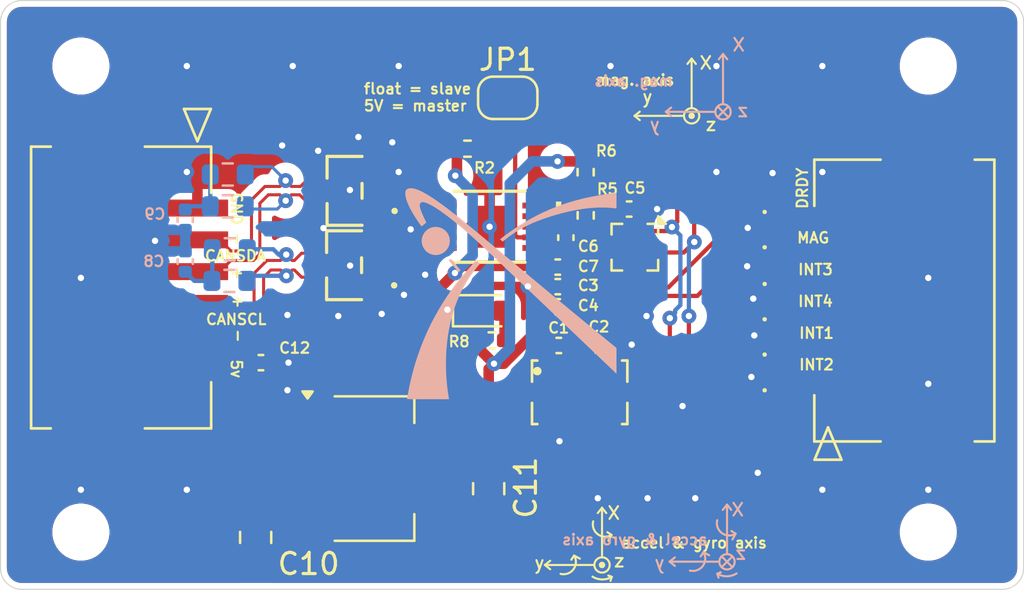
<source format=kicad_pcb>
(kicad_pcb (version 20240108) (generator "pcbnew") (generator_version "8.0")
  (layers (0 "F.Cu" signal "F.Cu (Sig)") (31 "B.Cu" signal "B.Cu (Sig)") (34 "B.Paste" user) (35 "F.Paste" user) (36 "B.SilkS" user "B.Silkscreen") (37 "F.SilkS" user "F.Silkscreen") (38 "B.Mask" user) (39 "F.Mask" user) (44 "Edge.Cuts" user))
  (net 0 "")
  (net 1 "+3.3V")
  (net 2 "GND")
  (net 3 "Net-(U1-C1)")
  (net 4 "+5V")
  (net 5 "Net-(C8-Pad1)")
  (net 6 "Net-(C9-Pad1)")
  (net 7 "/CANSCL-")
  (net 8 "/CANSCL+")
  (net 9 "/CANSDA-")
  (net 10 "/CANSDA+")
  (net 11 "Net-(D1-A)")
  (net 12 "/INT1")
  (net 13 "/INT3")
  (net 14 "/INT4")
  (net 15 "/INT2")
  (net 16 "/DRDY")
  (net 17 "/MAG_INT")
  (net 18 "/SCL")
  (net 19 "/SDA")
  (net 21 "/SLD_PIN")
  (net 22 "/SLD_R2")
  (footprint "footprints:D5V0H1B2LP_7B" (layer "F.Cu") (at 130 109)
    (property "Reference" "U5" (hide yes))
    (property "Value" "D5V0H1B2LP-7B" (hide yes))
  )
  (footprint "MountingHole:MountingHole_2.2mm_M2" (layer "F.Cu") (at 161.5 115.5)
    (property "Reference" "H2" (hide yes))
    (property "Value" "M2" (hide yes))
  )
  (footprint "Capacitor_SMD:C_0402_1005Metric" (layer "F.Cu") (at 144.006128 104.863407 180)
    (property "Reference" "C4" (hide yes))
    (property "Value" "100nF" (hide yes))
  )
  (footprint "MountingHole:MountingHole_2.2mm_M2" (layer "F.Cu") (at 161.5 93.5)
    (property "Reference" "H1" (hide yes))
    (property "Value" "M2" (hide yes))
  )
  (footprint "footprints:SDO_SOD882_LTF" (layer "F.Cu") (at 154.15 108.2175 90)
    (property "Reference" "CR3" (hide yes))
    (property "Value" "SP3205-01ETG")
  )
  (footprint "footprints:SDO_SOD882_LTF" (layer "F.Cu") (at 154.15 104.8675 90)
    (property "Reference" "CR5" (hide yes))
    (property "Value" "SP3205-01ETG")
  )
  (footprint "footprints:SOT23_PESD2_NEX" (layer "F.Cu") (at 133.924446 102.900995 90)
    (property "Reference" "CR1" (hide yes))
    (property "Value" "PESD2CANFD27V-TR" (hide yes))
  )
  (footprint "Capacitor_SMD:C_0402_1005Metric" (layer "F.Cu") (at 144.059756 106.69 180)
    (property "Reference" "C1" (hide yes))
    (property "Value" "100nF" (hide yes))
  )
  (footprint "Capacitor_SMD:C_0402_1005Metric" (layer "F.Cu") (at 144.392352 101.599971 -90)
    (property "Reference" "C6" (hide yes))
    (property "Value" "2.2uF" (hide yes))
  )
  (footprint "footprints:CON_5025850670" (layer "F.Cu") (at 127 100.204 -90)
    (property "Reference" "J2" (hide yes))
    (property "Value" "5025850670" (hide yes))
  )
  (footprint "Package_TO_SOT_SMD:SOT-223-3_TabPin2" (layer "F.Cu") (at 135.33 112.5)
    (property "Reference" "U4" (hide yes))
    (property "Value" "AMS1117-3.3" (hide yes))
  )
  (footprint "footprints:SDO_SOD882_LTF" (layer "F.Cu") (at 154.15 103.2 90)
    (property "Reference" "CR6" (hide yes))
    (property "Value" "SP3205-01ETG")
  )
  (footprint "Capacitor_SMD:C_0805_2012Metric" (layer "F.Cu") (at 140.75 113.45 -90)
    (property "Reference" "C11")
    (property "Value" "22uF")
  )
  (footprint "footprints:SDO_SOD882_LTF" (layer "F.Cu") (at 154.15 99.8 90)
    (property "Reference" "CR8" (hide yes))
    (property "Value" "SP3205-01ETG")
  )
  (footprint "footprints:BMI088" (layer "F.Cu") (at 145.045 108.9)
    (property "Reference" "U2" (hide yes))
    (property "Value" "BMI088" (hide yes))
  )
  (footprint "Resistor_SMD:R_0402_1005Metric" (layer "F.Cu") (at 140.9 106.45 180)
    (property "Reference" "R8" (hide yes))
    (property "Value" "60R" (hide yes))
  )
  (footprint "MountingHole:MountingHole_2.2mm_M2" (layer "F.Cu") (at 121.5 115.5)
    (property "Reference" "H4" (hide yes))
    (property "Value" "M2" (hide yes))
  )
  (footprint "LED_SMD:LED_0603_1608Metric" (layer "F.Cu") (at 140.55 105.05)
    (property "Reference" "D1" (hide yes))
    (property "Value" "RED" (hide yes))
  )
  (footprint "footprints:CON_5025850670" (layer "F.Cu") (at 156.77 108.32 90)
    (property "Reference" "J1" (hide yes))
    (property "Value" "5025850670" (hide yes))
  )
  (footprint "Package_LGA:LGA-12_2x2mm_P0.5mm" (layer "F.Cu") (at 147.65 102.05 -90)
    (property "Reference" "U1" (hide yes))
    (property "Value" "LIS3MDL" (hide yes))
  )
  (footprint "Jumper:SolderJumper-2_P1.3mm_Open_RoundedPad1.0x1.5mm" (layer "F.Cu") (at 141.65 95)
    (property "Reference" "JP1")
    (property "Value" "SolderJumper_2_Open" (hide yes))
  )
  (footprint "footprints:SOT23_PESD2_NEX" (layer "F.Cu") (at 133.946346 99.390995 90)
    (property "Reference" "CR2" (hide yes))
    (property "Value" "PESD2CANFD27V-TR" (hide yes))
  )
  (footprint "Capacitor_SMD:C_0402_1005Metric" (layer "F.Cu") (at 144.01 102.99)
    (property "Reference" "C7" (hide yes))
    (property "Value" "1uF" (hide yes))
  )
  (footprint "Resistor_SMD:R_0402_1005Metric" (layer "F.Cu") (at 139.75 97.4 180)
    (property "Reference" "R2" (hide yes))
    (property "Value" "10k" (hide yes))
  )
  (footprint "Capacitor_SMD:C_0402_1005Metric" (layer "F.Cu") (at 145.9 106.67)
    (property "Reference" "C2" (hide yes))
    (property "Value" "100nF" (hide yes))
  )
  (footprint "Capacitor_SMD:C_0402_1005Metric" (layer "F.Cu") (at 147.38 100.25)
    (property "Reference" "C5" (hide yes))
    (property "Value" "100nF" (hide yes))
  )
  (footprint "Capacitor_SMD:C_0402_1005Metric" (layer "F.Cu") (at 144.011128 103.913407 180)
    (property "Reference" "C3" (hide yes))
    (property "Value" "1uF" (hide yes))
  )
  (footprint "Resistor_SMD:R_0402_1005Metric" (layer "F.Cu") (at 145.326518 98.51 90)
    (property "Reference" "R6" (hide yes))
    (property "Value" "4k7" (hide yes))
  )
  (footprint "Capacitor_SMD:C_0402_1005Metric" (layer "F.Cu") (at 130 107.5 180)
    (property "Reference" "C12" (hide yes))
    (property "Value" "100nF" (hide yes))
  )
  (footprint "footprints:LT3960" (layer "F.Cu") (at 140.791977 101.085994)
    (property "Reference" "U3" (hide yes))
    (property "Value" "LT3960JMSE-PBF" (hide yes))
  )
  (footprint "Capacitor_SMD:C_0805_2012Metric" (layer "F.Cu") (at 129.75 115.75 -90)
    (property "Reference" "C10")
    (property "Value" "10uF")
  )
  (footprint "footprints:SDO_SOD882_LTF" (layer "F.Cu") (at 154.15 101.4675 90)
    (property "Reference" "CR7" (hide yes))
    (property "Value" "SP3205-01ETG")
  )
  (footprint "MountingHole:MountingHole_2.2mm_M2" (layer "F.Cu") (at 121.5 93.5)
    (property "Reference" "H3" (hide yes))
    (property "Value" "M2" (hide yes))
  )
  (footprint "footprints:SDO_SOD882_LTF" (layer "F.Cu") (at 154.15 106.5325 90)
    (property "Reference" "CR4" (hide yes))
    (property "Value" "SP3205-01ETG")
  )
  (footprint "Resistor_SMD:R_0402_1005Metric" (layer "F.Cu") (at 145.33 100.55 90)
    (property "Reference" "R5" (hide yes))
    (property "Value" "4k7" (hide yes))
  )
  (footprint "Resistor_SMD:R_0603_1608Metric" (layer "B.Cu") (at 128.432443 98.619464 180)
    (property "Reference" "R7" (hide yes))
    (property "Value" "60R" (hide yes))
  )
  (footprint "footprints:Xplore_Logo_X_only_10mm" (layer "B.Cu") (at 141.8 104.25 180)
    (property "Reference" "G1" (hide yes))
    (property "Value" "Xplore_Logo" (hide yes))
  )
  (footprint "Resistor_SMD:R_0603_1608Metric" (layer "B.Cu") (at 128.432443 100.119464 180)
    (property "Reference" "R4" (hide yes))
    (property "Value" "60R" (hide yes))
  )
  (footprint "Capacitor_SMD:C_0402_1005Metric" (layer "B.Cu") (at 126.425 102.73 90)
    (property "Reference" "C8" (hide yes))
    (property "Value" "4.7nF" (hide yes))
  )
  (footprint "Capacitor_SMD:C_0402_1005Metric" (layer "B.Cu") (at 126.425 100.75 -90)
    (property "Reference" "C9" (hide yes))
    (property "Value" "4.7nF" (hide yes))
  )
  (footprint "Resistor_SMD:R_0603_1608Metric" (layer "B.Cu") (at 128.529008 102.148377 180)
    (property "Reference" "R1" (hide yes))
    (property "Value" "60R" (hide yes))
  )
  (footprint "Resistor_SMD:R_0603_1608Metric" (layer "B.Cu") (at 128.511622 103.64208)
    (property "Reference" "R3" (hide yes))
    (property "Value" "60R" (hide yes))
  )
  (gr_line (start 151.75 116.65) (end 152.25 117.15) (stroke (width 0.1)) (layer "B.SilkS"))
  (gr_line (start 152.404385 115.57662) (end 152.25725 115.845126) (stroke (width 0.1)) (layer "B.SilkS"))
  (gr_line (start 150.888744 116.447991) (end 151.15725 116.595126) (stroke (width 0.1)) (layer "B.SilkS"))
  (gr_line (start 151.625639 116.89613) (end 149.288861 116.894121) (stroke (width 0.1)) (layer "B.SilkS"))
  (gr_line (start 151.7 117.4) (end 151.541413 117.464631) (stroke (width 0.1)) (layer "B.SilkS"))
  (gr_line (start 151.811164 92.930582) (end 152.011164 93.180582) (stroke (width 0.1)) (layer "B.SilkS"))
  (gr_arc (start 152.404385 115.57662) (mid 151.75725 115.545126) (end 151.5387 114.935199) (stroke (width 0.1)) (layer "B.SilkS"))
  (gr_line (start 150.75725 116.645126) (end 150.888744 116.447991) (stroke (width 0.1)) (layer "B.SilkS"))
  (gr_line (start 149.288861 116.894121) (end 149.538861 117.094121) (stroke (width 0.1)) (layer "B.SilkS"))
  (gr_line (start 149.288861 116.894121) (end 149.538861 116.694121) (stroke (width 0.1)) (layer "B.SilkS"))
  (gr_line (start 152.20725 115.445126) (end 152.404385 115.57662) (stroke (width 0.1)) (layer "B.SilkS"))
  (gr_circle (center 151.811164 95.661164) (end 152.113222 95.859155) (stroke (width 0.1)) (fill none) (layer "B.SilkS"))
  (gr_line (start 152.061164 95.411164) (end 151.561164 95.911164) (stroke (width 0.1)) (layer "B.SilkS"))
  (gr_line (start 149.113222 95.659155) (end 149.363222 95.459155) (stroke (width 0.1)) (layer "B.SilkS"))
  (gr_line (start 151.541413 117.464631) (end 151.7 117.4) (stroke (width 0.1)) (layer "B.SilkS"))
  (gr_line (start 151.45 95.661164) (end 149.113222 95.659155) (stroke (width 0.1)) (layer "B.SilkS"))
  (gr_line (start 152 116.538836) (end 152 114.2) (stroke (width 0.1)) (layer "B.SilkS"))
  (gr_line (start 152.25 116.65) (end 151.75 117.15) (stroke (width 0.1)) (layer "B.SilkS"))
  (gr_arc (start 150.888744 116.447991) (mid 150.85725 117.095126) (end 150.247323 117.313676) (stroke (width 0.1)) (layer "B.SilkS"))
  (gr_line (start 152 114.2) (end 152.2 114.45) (stroke (width 0.1)) (layer "B.SilkS"))
  (gr_circle (center 152 116.9) (end 151.697942 116.702009) (stroke (width 0.1)) (fill none) (layer "B.SilkS"))
  (gr_line (start 149.113222 95.659155) (end 149.363222 95.859155) (stroke (width 0.1)) (layer "B.SilkS"))
  (gr_line (start 151.811164 95.269418) (end 151.811164 92.930582) (stroke (width 0.1)) (layer "B.SilkS"))
  (gr_line (start 151.811164 92.930582) (end 151.611164 93.180582) (stroke (width 0.1)) (layer "B.SilkS"))
  (gr_line (start 152 114.2) (end 151.8 114.45) (stroke (width 0.1)) (layer "B.SilkS"))
  (gr_line (start 152.061164 95.911164) (end 151.561164 95.411164) (stroke (width 0.1)) (layer "B.SilkS"))
  (gr_line (start 151.541413 117.464631) (end 151.6 117.65) (stroke (width 0.1)) (layer "B.SilkS"))
  (gr_arc (start 152.45 117.45) (mid 151.997758 117.584725) (end 151.541413 117.464631) (stroke (width 0.1)) (layer "B.SilkS"))
  (gr_circle (center 150.329553 95.85) (end 150.631611 95.652009) (stroke (width 0.1)) (fill none) (layer "F.SilkS"))
  (gr_line (start 143.402058 117.052009) (end 143.652058 116.852009) (stroke (width 0.1)) (layer "F.SilkS"))
  (gr_line (start 146.558587 117.614631) (end 146.5 117.8) (stroke (width 0.1)) (layer "F.SilkS"))
  (gr_circle (center 150.329553 95.85) (end 150.431611 95.852009) (stroke (width 0.1)) (fill solid) (layer "F.SilkS"))
  (gr_circle (center 146.1 117.05) (end 146.202058 117.052009) (stroke (width 0.1)) (fill solid) (layer "F.SilkS"))
  (gr_line (start 150.329553 93.15) (end 150.129553 93.4) (stroke (width 0.1)) (layer "F.SilkS"))
  (gr_line (start 145.738836 117.05) (end 143.402058 117.052009) (stroke (width 0.1)) (layer "F.SilkS"))
  (gr_line (start 144.652058 116.802009) (end 144.783552 116.604874) (stroke (width 0.1)) (layer "F.SilkS"))
  (gr_line (start 149.968389 95.85) (end 147.631611 95.852009) (stroke (width 0.1)) (layer "F.SilkS"))
  (gr_arc (start 146.558587 117.614631) (mid 146.102242 117.734725) (end 145.65 117.6) (stroke (width 0.1)) (layer "F.SilkS"))
  (gr_line (start 146.1 116.688836) (end 146.1 114.35) (stroke (width 0.1)) (layer "F.SilkS"))
  (gr_line (start 146.4 117.55) (end 146.558587 117.614631) (stroke (width 0.1)) (layer "F.SilkS"))
  (gr_line (start 143.402058 117.052009) (end 143.652058 117.252009) (stroke (width 0.1)) (layer "F.SilkS"))
  (gr_arc (start 144.783552 116.604874) (mid 144.752058 117.252009) (end 144.142131 117.470559) (stroke (width 0.1)) (layer "F.SilkS"))
  (gr_line (start 146.352058 115.502009) (end 146.549193 115.633503) (stroke (width 0.1)) (layer "F.SilkS"))
  (gr_line (start 147.631611 95.852009) (end 147.881611 96.052009) (stroke (width 0.1)) (layer "F.SilkS"))
  (gr_line (start 146.1 114.35) (end 146.3 114.6) (stroke (width 0.1)) (layer "F.SilkS"))
  (gr_line (start 150.329553 95.488836) (end 150.329553 93.15) (stroke (width 0.1)) (layer "F.SilkS"))
  (gr_line (start 146.558587 117.614631) (end 146.4 117.55) (stroke (width 0.1)) (layer "F.SilkS"))
  (gr_line (start 146.549193 115.633503) (end 146.402058 115.902009) (stroke (width 0.1)) (layer "F.SilkS"))
  (gr_circle (center 146.1 117.05) (end 146.402058 116.852009) (stroke (width 0.1)) (fill none) (layer "F.SilkS"))
  (gr_line (start 150.329553 93.15) (end 150.529553 93.4) (stroke (width 0.1)) (layer "F.SilkS"))
  (gr_line (start 144.783552 116.604874) (end 145.052058 116.752009) (stroke (width 0.1)) (layer "F.SilkS"))
  (gr_arc (start 146.549193 115.633503) (mid 145.902058 115.602009) (end 145.683508 114.992082) (stroke (width 0.1)) (layer "F.SilkS"))
  (gr_line (start 147.631611 95.852009) (end 147.881611 95.652009) (stroke (width 0.1)) (layer "F.SilkS"))
  (gr_line (start 146.1 114.35) (end 145.9 114.6) (stroke (width 0.1)) (layer "F.SilkS"))
  (gr_line (start 118.707107 90.407107) (end 165 90.407107) (stroke (width 0.05)) (layer "Edge.Cuts"))
  (gr_line (start 165 118.2) (end 118.707107 118.2) (stroke (width 0.05)) (layer "Edge.Cuts"))
  (gr_line (start 117.707107 91.407107) (end 117.707108 117.200001) (stroke (width 0.05)) (layer "Edge.Cuts"))
  (gr_arc (start 117.707107 91.407107) (mid 118 90.7) (end 118.707107 90.407107) (stroke (width 0.05)) (layer "Edge.Cuts"))
  (gr_arc (start 118.707107 118.2) (mid 118.000001 117.907107) (end 117.707108 117.200001) (stroke (width 0.05)) (layer "Edge.Cuts"))
  (gr_arc (start 165 90.407107) (mid 165.707106 90.7) (end 165.999999 91.407106) (stroke (width 0.05)) (layer "Edge.Cuts"))
  (gr_arc (start 166 117.2) (mid 165.707107 117.907107) (end 165 118.2) (stroke (width 0.05)) (layer "Edge.Cuts"))
  (gr_line (start 166 117.2) (end 165.999999 91.407106) (stroke (width 0.05)) (layer "Edge.Cuts"))
  (gr_text "X" (at 152.85725 114.795126 -0) (layer "B.SilkS") (effects (font (size 0.6 0.6) (thickness 0.1)) (justify left bottom mirror)))
  (gr_text "C8" (at 125.49976 103.009541 0) (layer "B.SilkS") (effects (font (size 0.5 0.5) (thickness 0.1)) (justify left bottom mirror)))
  (gr_text "z" (at 152.95725 116.845126 -0) (layer "B.SilkS") (effects (font (size 0.6 0.6) (thickness 0.1)) (justify left bottom mirror)))
  (gr_text "mag. axis" (at 149.5 94.5 0) (layer "B.SilkS") (effects (font (size 0.5 0.5) (thickness 0.1)) (justify left bottom mirror)))
  (gr_text "y" (at 149.10725 117.295126 -0) (layer "B.SilkS") (effects (font (size 0.6 0.6) (thickness 0.1)) (justify left bottom mirror)))
  (gr_text "X" (at 152.9 92.85 0) (layer "B.SilkS") (effects (font (size 0.6 0.6) (thickness 0.1)) (justify left bottom mirror)))
  (gr_text "y" (at 148.881611 96.610159 0) (layer "B.SilkS") (effects (font (size 0.6 0.6) (thickness 0.1)) (justify left bottom mirror)))
  (gr_text "z" (at 153.05 95.95 0) (layer "B.SilkS") (effects (font (size 0.6 0.6) (thickness 0.1)) (justify left bottom mirror)))
  (gr_text "C9" (at 125.547327 100.781773 0) (layer "B.SilkS") (effects (font (size 0.5 0.5) (thickness 0.1)) (justify left bottom mirror)))
  (gr_text "accel & gyro axis" (at 151.15 116.15 -0) (layer "B.SilkS") (effects (font (size 0.5 0.5) (thickness 0.1)) (justify left bottom mirror)))
  (gr_text "GND" (at 128.55 99.4 270) (layer "F.SilkS") (effects (font (size 0.5 0.5) (thickness 0.1)) (justify left bottom)))
  (gr_text "INT2\n\n\n" (at 155.35 109.5 0) (layer "F.SilkS") (effects (font (size 0.5 0.5) (thickness 0.1)) (justify left bottom)))
  (gr_text "+" (at 129.15 105 90) (layer "F.SilkS") (effects (font (size 0.5 0.5) (thickness 0.1)) (justify left bottom)))
  (gr_text "-" (at 129.161852 106.610184 90) (layer "F.SilkS") (effects (font (size 0.5 0.5) (thickness 0.1)) (justify left bottom)))
  (gr_text "R8" (at 138.8 106.8 0) (layer "F.SilkS") (effects (font (size 0.5 0.5) (thickness 0.1)) (justify left bottom)))
  (gr_text "INT1\n" (at 155.35 106.4 0) (layer "F.SilkS") (effects (font (size 0.5 0.5) (thickness 0.1)) (justify left bottom)))
  (gr_text "X" (at 151.35 92.95 180) (layer "F.SilkS") (effects (font (size 0.6 0.6) (thickness 0.1)) (justify left bottom)))
  (gr_text "CANSDA" (at 127.3 102.75 0) (layer "F.SilkS") (effects (font (size 0.5 0.5) (thickness 0.1)) (justify left bottom)))
  (gr_text "C6" (at 144.9 102.3 0) (layer "F.SilkS") (effects (font (size 0.5 0.5) (thickness 0.1)) (justify left bottom)))
  (gr_text "float = slave\n5V = master" (at 134.802257 95.669651 0) (layer "F.SilkS") (effects (font (size 0.5 0.5) (thickness 0.1)) (justify left bottom)))
  (gr_text "DRDY" (at 155.85 100.3 90) (layer "F.SilkS") (effects (font (size 0.5 0.5) (thickness 0.1)) (justify left bottom)))
  (gr_text "C3" (at 144.9 104.15 0) (layer "F.SilkS") (effects (font (size 0.5 0.5) (thickness 0.1)) (justify left bottom)))
  (gr_text "5v\n" (at 128.55 107.3 270) (layer "F.SilkS") (effects (font (size 0.5 0.5) (thickness 0.1)) (justify left bottom)))
  (gr_text "z" (at 151.55 96.05 180) (layer "F.SilkS") (effects (font (size 0.6 0.6) (thickness 0.1)) (justify left bottom)))
  (gr_text "y" (at 142.852058 117.302009 0) (layer "F.SilkS") (effects (font (size 0.6 0.6) (thickness 0.1)) (justify left bottom)))
  (gr_text "CANSCL" (at 127.35 105.75 0) (layer "F.SilkS") (effects (font (size 0.5 0.5) (thickness 0.1)) (justify left bottom)))
  (gr_text "-" (at 128.6 101.3 -90) (layer "F.SilkS") (effects (font (size 0.5 0.5) (thickness 0.1)) (justify left bottom)))
  (gr_text "accel & gyro axis" (at 146.95 116.3 0) (layer "F.SilkS") (effects (font (size 0.5 0.5) (thickness 0.1)) (justify left bottom)))
  (gr_text "C7" (at 144.9 103.25 0) (layer "F.SilkS") (effects (font (size 0.5 0.5) (thickness 0.1)) (justify left bottom)))
  (gr_text "INT3\n" (at 155.3 103.4 0) (layer "F.SilkS") (effects (font (size 0.5 0.5) (thickness 0.1)) (justify left bottom)))
  (gr_text "y" (at 147.95 95.3 0) (layer "F.SilkS") (effects (font (size 0.6 0.6) (thickness 0.1)) (justify left bottom)))
  (gr_text "z" (at 146.602058 117.202009 0) (layer "F.SilkS") (effects (font (size 0.6 0.6) (thickness 0.1)) (justify left bottom)))
  (gr_text "+" (at 128.611852 102.910184 270) (layer "F.SilkS") (effects (font (size 0.5 0.5) (thickness 0.1)) (justify left bottom)))
  (gr_text "R5" (at 145.8 99.6 0) (layer "F.SilkS") (effects (font (size 0.5 0.5) (thickness 0.1)) (justify left bottom)))
  (gr_text "INT4\n" (at 155.3 104.9 0) (layer "F.SilkS") (effects (font (size 0.5 0.5) (thickness 0.1)) (justify left bottom)))
  (gr_text "R6" (at 145.75 97.8 0) (layer "F.SilkS") (effects (font (size 0.5 0.5) (thickness 0.1)) (justify left bottom)))
  (gr_text "C12" (at 130.8 107.1 0) (layer "F.SilkS") (effects (font (size 0.5 0.5) (thickness 0.1)) (justify left bottom)))
  (gr_text "C5" (at 147.1 99.55 0) (layer "F.SilkS") (effects (font (size 0.5 0.5) (thickness 0.1)) (justify left bottom)))
  (gr_text "X" (at 146.302058 114.952009 0) (layer "F.SilkS") (effects (font (size 0.6 0.6) (thickness 0.1)) (justify left bottom)))
  (gr_text "R2" (at 140 98.6 0) (layer "F.SilkS") (effects (font (size 0.5 0.5) (thickness 0.1)) (justify left bottom)))
  (gr_text "MAG\n" (at 155.25 101.9 0) (layer "F.SilkS") (effects (font (size 0.5 0.5) (thickness 0.1)) (justify left bottom)))
  (gr_text "C4" (at 144.9 105.1 0) (layer "F.SilkS") (effects (font (size 0.5 0.5) (thickness 0.1)) (justify left bottom)))
  (gr_text "mag. axis" (at 145.75 94.45 0) (layer "F.SilkS") (effects (font (size 0.5 0.5) (thickness 0.1)) (justify left bottom)))
  (gr_text "C1" (at 143.5 106.15 0) (layer "F.SilkS") (effects (font (size 0.5 0.5) (thickness 0.1)) (justify left bottom)))
  (gr_text "C2" (at 145.4 106.1 0) (layer "F.SilkS") (effects (font (size 0.5 0.5) (thickness 0.1)) (justify left bottom)))
  (segment (start 144.545 107.04) (end 144.545 106.695244) (width 0.2) (layer "F.Cu") (net 1))
  (segment (start 141 107.55) (end 140.75 107.8) (width 0.5) (layer "F.Cu") (net 1))
  (segment (start 145.4 106.69) (end 144.539756 106.69) (width 0.5) (layer "F.Cu") (net 1))
  (segment (start 144.546372 106.365244) (end 144.541128 106.36) (width 0.2) (layer "F.Cu") (net 1))
  (segment (start 144.539756 108.97093) (end 144.539756 106.69) (width 0.2) (layer "F.Cu") (net 1))
  (segment (start 148.2 106.36005) (end 147.66995 105.83) (width 0.3) (layer "F.Cu") (net 1))
  (segment (start 141 107.55) (end 141.461056 107.55) (width 0.5) (layer "F.Cu") (net 1))
  (segment (start 140.75 107.8) (end 140.75 112.5) (width 0.5) (layer "F.Cu") (net 1))
  (segment (start 140.39 106.94) (end 140.39 106.45) (width 0.5) (layer "F.Cu") (net 1))
  (segment (start 147.66995 105.83) (end 144.539756 105.83) (width 0.3) (layer "F.Cu") (net 1))
  (segment (start 145.85 103.013407) (end 144.95 103.913407) (width 0.5) (layer "F.Cu") (net 1))
  (segment (start 146.57 107.735) (end 147.40495 107.735) (width 0.3) (layer "F.Cu") (net 1))
  (segment (start 145.33 101.06) (end 145.85 101.58) (width 0.5) (layer "F.Cu") (net 1))
  (segment (start 144.539756 105.83) (end 144.539756 104.917035) (width 0.5) (layer "F.Cu") (net 1))
  (segment (start 141 107.55) (end 140.39 106.94) (width 0.5) (layer "F.Cu") (net 1))
  (segment (start 145.545 110.065) (end 145.545 109.57) (width 0.2) (layer "F.Cu") (net 1))
  (segment (start 145.545 109.57) (end 144.545 108.57) (width 0.2) (layer "F.Cu") (net 1))
  (segment (start 144.045 109.465686) (end 144.539756 108.97093) (width 0.2) (layer "F.Cu") (net 1))
  (segment (start 132.18 112.5) (end 138.48 112.5) (width 0.5) (layer "F.Cu") (net 1))
  (segment (start 147.9 102.8125) (end 147.9 102.45) (width 0.2) (layer "F.Cu") (net 1))
  (segment (start 144.486128 103.918407) (end 144.491128 103.913407) (width 0.5) (layer "F.Cu") (net 1))
  (segment (start 144.95 103.913407) (end 144.491128 103.913407) (width 0.5) (layer "F.Cu") (net 1))
  (segment (start 145.33 101.06) (end 144.452323 101.06) (width 0.2) (layer "F.Cu") (net 1))
  (segment (start 144 98) (end 145.326518 98) (width 0.5) (layer "F.Cu") (net 1))
  (segment (start 146.8875 101.8) (end 146.8875 102.3) (width 0.2) (layer "F.Cu") (net 1))
  (segment (start 144.539756 104.917035) (end 144.486128 104.863407) (width 0.5) (layer "F.Cu") (net 1))
  (segment (start 145.42 106.67) (end 145.4 106.69) (width 0.5) (layer "F.Cu") (net 1))
  (segment (start 144.486128 104.863407) (end 144.486128 103.918407) (width 0.5) (layer "F.Cu") (net 1))
  (segment (start 145.85 102.3) (end 146.8875 102.3) (width 0.2) (layer "F.Cu") (net 1))
  (segment (start 148.2 106.93995) (end 148.2 106.36005) (width 0.3) (layer "F.Cu") (net 1))
  (segment (start 144.539756 106.69) (end 144.539756 105.83) (width 0.5) (layer "F.Cu") (net 1))
  (segment (start 141.461056 107.55) (end 143.181056 105.83) (width 0.5) (layer "F.Cu") (net 1))
  (segment (start 147.75 102.3) (end 146.8875 102.3) (width 0.2) (layer "F.Cu") (net 1))
  (segment (start 144.045 110.065) (end 144.045 109.465686) (width 0.2) (layer "F.Cu") (net 1))
  (segment (start 148.4 102.8125) (end 147.9 102.8125) (width 0.2) (layer "F.Cu") (net 1))
  (segment (start 144.539756 106.69) (end 144.539756 106.361372) (width 0.5) (layer "F.Cu") (net 1))
  (segment (start 143.005325 101.085994) (end 144.358375 101.085994) (width 0.2) (layer "F.Cu") (net 1))
  (segment (start 138.48 112.5) (end 140.75 112.5) (width 0.5) (layer "F.Cu") (net 1))
  (segment (start 145.85 101.58) (end 145.85 102.3) (width 0.5) (layer "F.Cu") (net 1))
  (segment (start 147.40495 107.735) (end 148.2 106.93995) (width 0.3) (layer "F.Cu") (net 1))
  (segment (start 145.85 102.3) (end 145.85 103.013407) (width 0.5) (layer "F.Cu") (net 1))
  (segment (start 147.9 102.45) (end 147.75 102.3) (width 0.2) (layer "F.Cu") (net 1))
  (segment (start 143.181056 105.83) (end 144.539756 105.83) (width 0.5) (layer "F.Cu") (net 1))
  (segment (start 144.452323 101.06) (end 144.392352 101.119971) (width 0.2) (layer "F.Cu") (net 1))
  (segment (start 144.539756 106.361372) (end 144.541128 106.36) (width 0.5) (layer "F.Cu") (net 1))
  (via (at 144 98) (size 0.7) (drill 0.3) (layers "F.Cu" "B.Cu") (net 1))
  (via (at 141 107.55) (size 0.7) (drill 0.3) (layers "F.Cu" "B.Cu") (net 1))
  (segment (start 142.8 98) (end 144 98) (width 0.5) (layer "B.Cu") (net 1))
  (segment (start 141.75 99.05) (end 142.8 98) (width 0.5) (layer "B.Cu") (net 1))
  (segment (start 141 107.55) (end 141.75 106.8) (width 0.5) (layer "B.Cu") (net 1))
  (segment (start 141.75 106.8) (end 141.75 99.05) (width 0.5) (layer "B.Cu") (net 1))
  (segment (start 131.25 108.8) (end 131.05 109) (width 0.2) (layer "F.Cu") (net 2))
  (segment (start 143.531128 104.858407) (end 143.526128 104.863407) (width 0.2) (layer "F.Cu") (net 2))
  (segment (start 147.9 101.2875) (end 147.86 101.2475) (width 0.2) (layer "F.Cu") (net 2))
  (segment (start 152.977867 101.139133) (end 154.089133 101.139133) (width 0.2) (layer "F.Cu") (net 2))
  (segment (start 144.392352 102.892352) (end 144.49 102.99) (width 0.2) (layer "F.Cu") (net 2))
  (segment (start 153.427128 107.9) (end 154.15 107.9) (width 0.2) (layer "F.Cu") (net 2))
  (segment (start 152.95 102.95) (end 153.0175 102.8825) (width 0.2) (layer "F.Cu") (net 2))
  (segment (start 131.05 109) (end 130.347599 109) (width 0.2) (layer "F.Cu") (net 2))
  (segment (start 145.5 108.8) (end 146.045 108.255) (width 0.2) (layer "F.Cu") (net 2))
  (segment (start 137.067197 101.207422) (end 137.188625 101.085994) (width 0.2) (layer "F.Cu") (net 2))
  (segment (start 144.090487 111.209726) (end 144.003021 111.12226) (width 0.2) (layer "F.Cu") (net 2))
  (segment (start 144.090487 111.209726) (end 143.545 110.664239) (width 0.2) (layer "F.Cu") (net 2))
  (segment (start 147.95 101.8) (end 148.4125 101.8) (width 0.2) (layer "F.Cu") (net 2))
  (segment (start 144.49 102.99) (end 144.478401 102.99) (width 0.2) (layer "F.Cu") (net 2))
  (segment (start 146.38 106.67) (end 146.045 107.005) (width 0.2) (layer "F.Cu") (net 2))
  (segment (start 143.579756 106.69) (end 144.045 107.155244) (width 0.2) (layer "F.Cu") (net 2))
  (segment (start 134.159005 99.390995) (end 134.2 99.35) (width 0.2) (layer "F.Cu") (net 2))
  (segment (start 142.6 103.9) (end 142.6 104.6) (width 0.2) (layer "F.Cu") (net 2))
  (segment (start 146.045 108.255) (end 146.045 107.735) (width 0.2) (layer "F.Cu") (net 2))
  (segment (start 153.150246 108.176882) (end 153.427128 107.9) (width 0.2) (layer "F.Cu") (net 2))
  (segment (start 130.4 109.052401) (end 130.347599 109) (width 0.2) (layer "F.Cu") (net 2))
  (segment (start 143.545 110.065) (end 143.545 109.4) (width 0.2) (layer "F.Cu") (net 2))
  (segment (start 142.863407 104.863407) (end 143.526128 104.863407) (width 0.2) (layer "F.Cu") (net 2))
  (segment (start 142.6 104.6) (end 142.863407 104.863407) (width 0.2) (layer "F.Cu") (net 2))
  (segment (start 147.9 101.75) (end 147.95 101.8) (width 0.2) (layer "F.Cu") (net 2))
  (segment (start 154.089133 101.139133) (end 154.15 101.2) (width 0.2) (layer "F.Cu") (net 2))
  (segment (start 147.86 101.2475) (end 147.86 100.25) (width 0.2) (layer "F.Cu") (net 2))
  (segment (start 132.908446 102.900995) (end 134.188446 102.900995) (width 0.2) (layer "F.Cu") (net 2))
  (segment (start 130.48 107.5) (end 130.4 107.58) (width 0.2) (layer "F.Cu") (net 2))
  (segment (start 144.392352 102.079971) (end 144.392352 102.892352) (width 0.2) (layer "F.Cu") (net 2))
  (segment (start 138.8 105) (end 139.7125 105) (width 0.2) (layer "F.Cu") (net 2))
  (segment (start 131.88 110.5) (end 132.18 110.2) (width 0.2) (layer "F.Cu") (net 2))
  (segment (start 144.003021 111.12226) (end 143.92226 111.12226) (width 0.2) (layer "F.Cu") (net 2))
  (segment (start 143.545 110.664239) (end 143.545 110.065) (width 0.2) (layer "F.Cu") (net 2))
  (segment (start 145.45 108.8) (end 146.045 109.395) (width 0.2) (layer "F.Cu") (net 2))
  (segment (start 145.045 107.735) (end 145.045 108.395) (width 0.2) (layer "F.Cu") (net 2))
  (segment (start 144.045 108.9) (end 144.045 107.735) (width 0.2) (layer "F.Cu") (net 2))
  (segment (start 147.9 101.2875) (end 147.9 101.75) (width 0.2) (layer "F.Cu") (net 2))
  (segment (start 145.045 108.395) (end 145.45 108.8) (width 0.2) (layer "F.Cu") (net 2))
  (segment (start 145.45 108.8) (end 145.5 108.8) (width 0.2) (layer "F.Cu") (net 2))
  (segment (start 143.531128 103.913407) (end 143.531128 104.858407) (width 0.2) (layer "F.Cu") (net 2))
  (segment (start 139.7125 105) (end 139.7625 105.05) (width 0.2) (layer "F.Cu") (net 2))
  (segment (start 147.48 106.67) (end 146.38 106.67) (width 0.2) (layer "F.Cu") (net 2))
  (segment (start 153.29212 104.5325) (end 154.1 104.5325) (width 0.2) (layer "F.Cu") (net 2))
  (segment (start 153.28598 106.215) (end 154.1 106.215) (width 0.2) (layer "F.Cu") (net 2))
  (segment (start 146.045 107.005) (end 146.045 107.735) (width 0.2) (layer "F.Cu") (net 2))
  (segment (start 146.045 109.395) (end 146.045 110.065) (width 0.2) (layer "F.Cu") (net 2))
  (segment (start 144.478401 102.99) (end 143.554994 103.913407) (width 0.2) (layer "F.Cu") (net 2))
  (segment (start 144.045 107.155244) (end 144.045 107.735) (width 0.2) (layer "F.Cu") (net 2))
  (segment (start 132.930346 99.390995) (end 134.159005 99.390995) (width 0.2) (layer "F.Cu") (net 2))
  (segment (start 154.15 98.55) (end 154.15 99.4825) (width 0.2) (layer "F.Cu") (net 2))
  (segment (start 130.4 108.947599) (end 130.347599 109) (width 0.2) (layer "F.Cu") (net 2))
  (segment (start 134.188446 102.900995) (end 134.208446 102.920995) (width 0.2) (layer "F.Cu") (net 2))
  (segment (start 153.0175 102.8825) (end 154.15 102.8825) (width 0.2) (layer "F.Cu") (net 2))
  (segment (start 147.4 101.2875) (end 147.9 101.2875) (width 0.2) (layer "F.Cu") (net 2))
  (segment (start 148.7 100.25) (end 147.86 100.25) (width 0.2) (layer "F.Cu") (net 2))
  (segment (start 153.23943 104.47981) (end 153.29212 104.5325) (width 0.2) (layer "F.Cu") (net 2))
  (segment (start 143.554994 103.913407) (end 143.531128 103.913407) (width 0.2) (layer "F.Cu") (net 2))
  (segment (start 137.188625 101.085994) (end 138.578629 101.085994) (width 0.2) (layer "F.Cu") (net 2))
  (segment (start 147.5 106.65) (end 147.48 106.67) (width 0.2) (layer "F.Cu") (net 2))
  (segment (start 143.545 109.4) (end 144.045 108.9) (width 0.2) (layer "F.Cu") (net 2))
  (via (at 126.5 93.5) (size 0.7) (drill 0.3) (layers "F.Cu" "B.Cu") (net 2))
  (via (at 142.6 103.9) (size 0.7) (drill 0.3) (layers "F.Cu" "B.Cu") (net 2))
  (via (at 156.5 93.5) (size 0.7) (drill 0.3) (layers "F.Cu" "B.Cu") (net 2))
  (via (at 126.5 113.5) (size 0.7) (drill 0.3) (layers "F.Cu" "B.Cu") (net 2))
  (via (at 131.3 107.5) (size 0.7) (drill 0.3) (layers "F.Cu" "B.Cu") (net 2))
  (via (at 134.2 99.35) (size 0.7) (drill 0.3) (layers "F.Cu" "B.Cu") (net 2))
  (via (at 148.7 100.25) (size 0.7) (drill 0.3) (layers "F.Cu" "B.Cu") (net 2))
  (via (at 144.090487 111.209726) (size 0.7) (drill 0.3) (layers "F.Cu" "B.Cu") (net 2))
  (via (at 148.2 105.3) (size 0.7) (drill 0.3) (layers "F.Cu" "B.Cu") (net 2))
  (via (at 156.5 113.5) (size 0.7) (drill 0.3) (layers "F.Cu" "B.Cu") (net 2))
  (via (at 153.23943 104.47981) (size 0.7) (drill 0.3) (layers "F.Cu" "B.Cu") (net 2))
  (via (at 132.95 101.15) (size 0.7) (drill 0.3) (layers "F.Cu" "B.Cu") (net 2))
  (via (at 134.6 96.85) (size 0.7) (drill 0.3) (layers "F.Cu" "B.Cu") (net 2))
  (via (at 153.45 112.7) (size 0.7) (drill 0.3) (layers "F.Cu" "B.Cu") (net 2))
  (via (at 154.15 98.55) (size 0.7) (drill 0.3) (layers "F.Cu" "B.Cu") (net 2))
  (via (at 153.28598 106.215) (size 0.7) (drill 0.3) (layers "F.Cu" "B.Cu") (net 2))
  (via (at 145.9 113.9) (size 0.7) (drill 0.3) (layers "F.Cu" "B.Cu") (net 2))
  (via (at 147.5 106.65) (size 0.7) (drill 0.3) (layers "F.Cu" "B.Cu") (net 2))
  (via (at 152.977867 101.139133) (size 0.7) (drill 0.3) (layers "F.Cu" "B.Cu") (net 2))
  (via (at 121.5 103.5) (size 0.7) (drill 0.3) (layers "F.Cu" "B.Cu") (net 2))
  (via (at 121.5 113.5) (size 0.7) (drill 0.3) (layers "F.Cu" "B.Cu") (net 2))
  (via (at 131.5 93.5) (size 0.7) (drill 0.3) (layers "F.Cu" "B.Cu") (net 2))
  (via (at 149.9 109.55) (size 0.7) (drill 0.3) (layers "F.Cu" "B.Cu") (net 2))
  (via (at 132.7 97.5) (size 0.7) (drill 0.3) (layers "F.Cu" "B.Cu") (net 2))
  (via (at 150.5 113.9) (size 0.7) (drill 0.3) (layers "F.Cu" "B.Cu") (net 2))
  (via (at 140.791977 101.085994) (size 0.7) (drill 0.3) (layers "F.Cu" "B.Cu") (net 2))
  (via (at 161.5 103.5) (size 0.7) (drill 0.3) (layers "F.Cu" "B.Cu") (net 2))
  (via (at 151.5 93.5) (size 0.7) (drill 0.3) (layers "F.Cu" "B.Cu") (net 2))
  (via (at 156.5 98.5) (size 0.7) (drill 0.3) (layers "F.Cu" "B.Cu") (net 2))
  (via (at 146.5 93.5) (size 0.7) (drill 0.3) (layers "F.Cu" "B.Cu") (net 2))
  (via (at 153.150246 108.176882) (size 0.7) (drill 0.3) (layers "F.Cu" "B.Cu") (net 2))
  (via (at 138.8 105) (size 0.7) (drill 0.3) (layers "F.Cu" "B.Cu") (net 2))
  (via (at 136.5 98.5) (size 0.7) (drill 0.3) (layers "F.Cu" "B.Cu") (net 2))
  (via (at 133.65 105.3) (size 0.7) (drill 0.3) (layers "F.Cu" "B.Cu") (net 2))
  (via (at 134.208446 102.920995) (size 0.7) (drill 0.3) (layers "F.Cu" "B.Cu") (net 2))
  (via (at 135.7 105.2) (size 0.7) (drill 0.3) (layers "F.Cu" "B.Cu") (net 2))
  (via (at 137.067197 101.207422) (size 0.7) (drill 0.3) (layers "F.Cu" "B.Cu") (net 2))
  (via (at 124.999999 101.75) (size 0.7) (drill 0.3) (layers "F.Cu" "B.Cu") (net 2))
  (via (at 137.75 103.35) (size 0.7) (drill 0.3) (layers "F.Cu" "B.Cu") (net 2))
  (via (at 148.25 113.9) (size 0.7) (drill 0.3) (layers "F.Cu" "B.Cu") (net 2))
  (via (at 131.25 108.8) (size 0.7) (drill 0.3) (layers "F.Cu" "B.Cu") (net 2))
  (via (at 136.2 97.1) (size 0.7) (drill 0.3) (layers "F.Cu" "B.Cu") (net 2))
  (via (at 151.5 98.5) (size 0.7) (drill 0.3) (layers "F.Cu" "B.Cu") (net 2))
  (via (at 131 97.25) (size 0.7) (drill 0.3) (layers "F.Cu" "B.Cu") (net 2))
  (via (at 136.75 104.3) (size 0.7) (drill 0.3) (layers "F.Cu" "B.Cu") (net 2))
  (via (at 131.25 105.25) (size 0.7) (drill 0.3) (layers "F.Cu" "B.Cu") (net 2))
  (via (at 161.5 113.5) (size 0.7) (drill 0.3) (layers "F.Cu" "B.Cu") (net 2))
  (via (at 152.95 102.95) (size 0.7) (drill 0.3) (layers "F.Cu" "B.Cu") (net 2))
  (via (at 161.5 108.5) (size 0.7) (drill 0.3) (layers "F.Cu" "B.Cu") (net 2))
  (via (at 136.5 93.5) (size 0.7) (drill 0.3) (layers "F.Cu" "B.Cu") (net 2))
  (via (at 126.5 98.5) (size 0.7) (drill 0.3) (layers "F.Cu" "B.Cu") (net 2))
  (segment (start 126.425 101.23) (end 125.519999 101.23) (width 0.2) (layer "B.Cu") (net 2))
  (segment (start 125.519999 101.23) (end 124.999999 101.75) (width 0.2) (layer "B.Cu") (net 2))
  (segment (start 125.499999 102.25) (end 124.999999 101.75) (width 0.2) (layer "B.Cu") (net 2))
  (segment (start 126.425 102.25) (end 125.499999 102.25) (width 0.2) (layer "B.Cu") (net 2))
  (segment (start 146.9 101.2875) (end 146.9 100.25) (width 0.2) (layer "F.Cu") (net 3))
  (segment (start 130.681734 106.15) (end 129.316 107.515734) (width 0.5) (layer "F.Cu") (net 4))
  (segment (start 143.469971 102.929971) (end 143.53 102.99) (width 0.5) (layer "F.Cu") (net 4))
  (segment (start 143.53 102.61067) (end 143.53 102.99) (width 0.2) (layer "F.Cu") (net 4))
  (segment (start 129.316 107.704) (end 129.652401 108.040401) (width 0.5) (layer "F.Cu") (net 4))
  (segment (start 129.52 107.5) (end 129.484802 107.464802) (width 0.5) (layer "F.Cu") (net 4))
  (segment (start 129.75 114.8) (end 132.18 114.8) (width 0.5) (layer "F.Cu") (net 4))
  (segment (start 129.652401 114.702401) (end 129.75 114.8) (width 0.5) (layer "F.Cu") (net 4))
  (segment (start 129.316 107.704) (end 127 107.704) (width 0.5) (layer "F.Cu") (net 4))
  (segment (start 139.25 97.41) (end 139.24 97.4) (width 0.5) (layer "F.Cu") (net 4))
  (segment (start 139.156142 103.268857) (end 139.495028 102.929971) (width 0.5) (layer "F.Cu") (net 4))
  (segment (start 139.156142 103.268858) (end 136.275 106.15) (width 0.5) (layer "F.Cu") (net 4))
  (segment (start 139.495028 102.929971) (end 143.469971 102.929971) (width 0.5) (layer "F.Cu") (net 4))
  (segment (start 143.005325 102.085995) (end 143.53 102.61067) (width 0.2) (layer "F.Cu") (net 4))
  (segment (start 139.175 98.675) (end 139.25 98.6) (width 0.5) (layer "F.Cu") (net 4))
  (segment (start 139.25 98.6) (end 139.25 97.41) (width 0.5) (layer "F.Cu") (net 4))
  (segment (start 129.652401 108.040401) (end 129.652401 109) (width 0.5) (layer "F.Cu") (net 4))
  (segment (start 129.316 107.515734) (end 129.316 107.704) (width 0.5) (layer "F.Cu") (net 4))
  (segment (start 129.52 114.78) (end 129.5 114.8) (width 0.5) (layer "F.Cu") (net 4))
  (segment (start 139.156142 103.268857) (end 139.156142 103.268858) (width 0.5) (layer "F.Cu") (net 4))
  (segment (start 129.652401 109) (end 129.652401 114.702401) (width 0.5) (layer "F.Cu") (net 4))
  (segment (start 136.275 106.15) (end 130.681734 106.15) (width 0.5) (layer "F.Cu") (net 4))
  (via (at 139.175 98.675) (size 0.7) (drill 0.3) (layers "F.Cu" "B.Cu") (net 4))
  (via (at 139.156142 103.268857) (size 0.7) (drill 0.3) (layers "F.Cu" "B.Cu") (net 4))
  (segment (start 139.156142 103.268857) (end 139.991977 102.433022) (width 0.5) (layer "B.Cu") (net 4))
  (segment (start 139.991977 99.491977) (end 139.175 98.675) (width 0.5) (layer "B.Cu") (net 4))
  (segment (start 139.991977 102.433022) (end 139.991977 99.491977) (width 0.5) (layer "B.Cu") (net 4))
  (segment (start 127.686622 103.64208) (end 126.85708 103.64208) (width 0.2) (layer "B.Cu") (net 5))
  (segment (start 127.704008 103.624694) (end 127.686622 103.64208) (width 0.2) (layer "B.Cu") (net 5))
  (segment (start 127.704008 102.148377) (end 127.704008 103.624694) (width 0.2) (layer "B.Cu") (net 5))
  (segment (start 126.85708 103.64208) (end 126.425 103.21) (width 0.2) (layer "B.Cu") (net 5))
  (segment (start 126.575536 100.119464) (end 126.425 100.27) (width 0.2) (layer "B.Cu") (net 6))
  (segment (start 127.607443 100.119464) (end 126.575536 100.119464) (width 0.2) (layer "B.Cu") (net 6))
  (segment (start 127.607443 98.619464) (end 127.607443 100.119464) (width 0.2) (layer "B.Cu") (net 6))
  (segment (start 131.577244 103.125996) (end 131.918943 103.467695) (width 0.1435) (layer "F.Cu") (net 7))
  (segment (start 130.469129 103.125996) (end 130.125 103.470125) (width 0.1435) (layer "F.Cu") (net 7))
  (segment (start 135.982947 103.125995) (end 136.704264 103.125995) (width 0.1435) (layer "F.Cu") (net 7))
  (segment (start 134.064145 103.850996) (end 134.940446 103.850996) (width 0.1435) (layer "F.Cu") (net 7))
  (segment (start 131.197354 103.4) (end 130.92335 103.125996) (width 0.1435) (layer "F.Cu") (net 7))
  (segment (start 130.125 105.1932) (end 129.639199 105.679001) (width 0.1435) (layer "F.Cu") (net 7))
  (segment (start 129.639199 105.679001) (end 128.574999 105.679001) (width 0.1435) (layer "F.Cu") (net 7))
  (segment (start 138.05438 102.085995) (end 138.578629 102.085995) (width 0.1435) (layer "F.Cu") (net 7))
  (segment (start 130.125 103.470125) (end 130.125 105.1932) (width 0.1435) (layer "F.Cu") (net 7))
  (segment (start 135.257946 103.850996) (end 135.982947 103.125995) (width 0.1435) (layer "F.Cu") (net 7))
  (segment (start 134.940446 103.850996) (end 135.257946 103.850996) (width 0.1435) (layer "F.Cu") (net 7))
  (segment (start 131.197354 103.4) (end 131.471358 103.125996) (width 0.1435) (layer "F.Cu") (net 7))
  (segment (start 133.680844 103.467695) (end 134.064145 103.850996) (width 0.1435) (layer "F.Cu") (net 7))
  (segment (start 130.92335 103.125996) (end 130.469129 103.125996) (width 0.1435) (layer "F.Cu") (net 7))
  (segment (start 136.704264 103.125995) (end 137.769265 102.060994) (width 0.1435) (layer "F.Cu") (net 7))
  (segment (start 128.574999 105.679001) (end 128.049999 106.204001) (width 0.1435) (layer "F.Cu") (net 7))
  (segment (start 131.471358 103.125996) (end 131.577244 103.125996) (width 0.1435) (layer "F.Cu") (net 7))
  (segment (start 137.769265 102.060994) (end 138.029379 102.060994) (width 0.1435) (layer "F.Cu") (net 7))
  (segment (start 128.049999 106.204001) (end 127 106.204001) (width 0.1435) (layer "F.Cu") (net 7))
  (segment (start 138.029379 102.060994) (end 138.05438 102.085995) (width 0.1435) (layer "F.Cu") (net 7))
  (segment (start 131.918943 103.467695) (end 133.680844 103.467695) (width 0.1435) (layer "F.Cu") (net 7))
  (via (at 131.197354 103.4) (size 0.7) (drill 0.3) (layers "F.Cu" "B.Cu") (net 7))
  (segment (start 129.336622 103.64208) (end 129.578702 103.4) (width 0.2) (layer "B.Cu") (net 7))
  (segment (start 129.578702 103.4) (end 131.197354 103.4) (width 0.2) (layer "B.Cu") (net 7))
  (segment (start 135.257946 101.950994) (end 135.982947 102.675995) (width 0.1435) (layer "F.Cu") (net 8))
  (segment (start 135.982947 102.675995) (end 136.517864 102.675995) (width 0.1435) (layer "F.Cu") (net 8))
  (segment (start 129.452799 105.229001) (end 128.574999 105.229001) (width 0.1435) (layer "F.Cu") (net 8))
  (segment (start 130.918062 102.675994) (end 130.282731 102.675994) (width 0.1435) (layer "F.Cu") (net 8))
  (segment (start 138.05438 101.585993) (end 138.578629 101.585993) (width 0.1435) (layer "F.Cu") (net 8))
  (segment (start 131.194056 102.4) (end 131.47005 102.675994) (width 0.1435) (layer "F.Cu") (net 8))
  (segment (start 129.675 103.283725) (end 129.675 105.0068) (width 0.1435) (layer "F.Cu") (net 8))
  (segment (start 130.282731 102.675994) (end 129.675 103.283725) (width 0.1435) (layer "F.Cu") (net 8))
  (segment (start 137.582865 101.610994) (end 138.029379 101.610994) (width 0.1435) (layer "F.Cu") (net 8))
  (segment (start 128.049999 104.704001) (end 127 104.704001) (width 0.1435) (layer "F.Cu") (net 8))
  (segment (start 133.680844 102.334295) (end 134.064145 101.950994) (width 0.1435) (layer "F.Cu") (net 8))
  (segment (start 131.577244 102.675994) (end 131.918943 102.334295) (width 0.1435) (layer "F.Cu") (net 8))
  (segment (start 134.940446 101.950994) (end 135.257946 101.950994) (width 0.1435) (layer "F.Cu") (net 8))
  (segment (start 131.194056 102.4) (end 130.918062 102.675994) (width 0.1435) (layer "F.Cu") (net 8))
  (segment (start 128.574999 105.229001) (end 128.049999 104.704001) (width 0.1435) (layer "F.Cu") (net 8))
  (segment (start 131.918943 102.334295) (end 133.680844 102.334295) (width 0.1435) (layer "F.Cu") (net 8))
  (segment (start 131.47005 102.675994) (end 131.577244 102.675994) (width 0.1435) (layer "F.Cu") (net 8))
  (segment (start 136.517864 102.675995) (end 137.582865 101.610994) (width 0.1435) (layer "F.Cu") (net 8))
  (segment (start 138.029379 101.610994) (end 138.05438 101.585993) (width 0.1435) (layer "F.Cu") (net 8))
  (segment (start 129.675 105.0068) (end 129.452799 105.229001) (width 0.1435) (layer "F.Cu") (net 8))
  (segment (start 134.064145 101.950994) (end 134.940446 101.950994) (width 0.1435) (layer "F.Cu") (net 8))
  (via (at 131.194056 102.4) (size 0.7) (drill 0.3) (layers "F.Cu" "B.Cu") (net 8))
  (segment (start 129.354008 102.148377) (end 130.582128 102.148377) (width 0.2) (layer "B.Cu") (net 8))
  (segment (start 130.833751 102.4) (end 131.194056 102.4) (width 0.2) (layer "B.Cu") (net 8))
  (segment (start 130.582128 102.148377) (end 130.833751 102.4) (width 0.2) (layer "B.Cu") (net 8))
  (segment (start 128.577645 102.229001) (end 129.455445 102.229001) (width 0.1435) (layer "F.Cu") (net 9))
  (segment (start 131.866228 99.183772) (end 131.444352 99.183772) (width 0.1435) (layer "F.Cu") (net 9))
  (segment (start 129.55325 102.131196) (end 129.55325 99.818502) (width 0.1435) (layer "F.Cu") (net 9))
  (segment (start 133.674494 98.852545) (end 132.197455 98.852545) (width 0.1435) (layer "F.Cu") (net 9))
  (segment (start 128.052645 101.704001) (end 128.577645 102.229001) (width 0.1435) (layer "F.Cu") (net 9))
  (segment (start 138.578629 100.085993) (end 137.582705 100.085993) (width 0.1435) (layer "F.Cu") (net 9))
  (segment (start 135.279846 98.440994) (end 134.962346 98.440994) (width 0.1435) (layer "F.Cu") (net 9))
  (segment (start 137.529454 100.139244) (end 137.517492 100.139244) (width 0.1435) (layer "F.Cu") (net 9))
  (segment (start 131.444352 99.183772) (end 131.166102 98.905522) (width 0.1435) (layer "F.Cu") (net 9))
  (segment (start 130.887852 99.183772) (end 131.166102 98.905522) (width 0.1435) (layer "F.Cu") (net 9))
  (segment (start 136.572493 99.194245) (end 136.033097 99.194245) (width 0.1435) (layer "F.Cu") (net 9))
  (segment (start 137.517492 100.139244) (end 136.572493 99.194245) (width 0.1435) (layer "F.Cu") (net 9))
  (segment (start 137.582705 100.085993) (end 137.529454 100.139244) (width 0.1435) (layer "F.Cu") (net 9))
  (segment (start 132.197455 98.852545) (end 131.866228 99.183772) (width 0.1435) (layer "F.Cu") (net 9))
  (segment (start 131.166102 98.905522) (end 131.219079 98.852545) (width 0.1435) (layer "F.Cu") (net 9))
  (segment (start 134.086045 98.440994) (end 133.674494 98.852545) (width 0.1435) (layer "F.Cu") (net 9))
  (segment (start 134.962346 98.440994) (end 134.086045 98.440994) (width 0.1435) (layer "F.Cu") (net 9))
  (segment (start 130.18798 99.183772) (end 130.887852 99.183772) (width 0.1435) (layer "F.Cu") (net 9))
  (segment (start 127.002646 101.704001) (end 128.052645 101.704001) (width 0.1435) (layer "F.Cu") (net 9))
  (segment (start 136.033097 99.194245) (end 135.279846 98.440994) (width 0.1435) (layer "F.Cu") (net 9))
  (segment (start 129.55325 99.818502) (end 130.18798 99.183772) (width 0.1435) (layer "F.Cu") (net 9))
  (segment (start 129.455445 102.229001) (end 129.55325 102.131196) (width 0.1435) (layer "F.Cu") (net 9))
  (via (at 131.166102 98.905522) (size 0.7) (drill 0.3) (layers "F.Cu" "B.Cu") (net 9))
  (segment (start 131.349001 99.01) (end 131.393006 98.965995) (width 0.1435) (layer "B.Cu") (net 9))
  (segment (start 129.626907 98.25) (end 129.257443 98.619464) (width 0.1435) (layer "B.Cu") (net 9))
  (segment (start 131.166102 98.905522) (end 130.51058 98.25) (width 0.1435) (layer "B.Cu") (net 9))
  (segment (start 130.51058 98.25) (end 129.626907 98.25) (width 0.1435) (layer "B.Cu") (net 9))
  (segment (start 136.409497 99.587745) (end 136.033097 99.587745) (width 0.1435) (layer "F.Cu") (net 10))
  (segment (start 134.962346 100.340996) (end 134.086045 100.340996) (width 0.1435) (layer "F.Cu") (net 10))
  (segment (start 131.827272 99.577272) (end 131.444352 99.577272) (width 0.1435) (layer "F.Cu") (net 10))
  (segment (start 131.444352 99.577272) (end 131.166102 99.855522) (width 0.1435) (layer "F.Cu") (net 10))
  (segment (start 137.582705 100.585995) (end 137.529454 100.532744) (width 0.1435) (layer "F.Cu") (net 10))
  (segment (start 130.350976 99.577272) (end 130.887852 99.577272) (width 0.1435) (layer "F.Cu") (net 10))
  (segment (start 137.529454 100.532744) (end 137.354496 100.532744) (width 0.1435) (layer "F.Cu") (net 10))
  (segment (start 132.179445 99.929445) (end 131.827272 99.577272) (width 0.1435) (layer "F.Cu") (net 10))
  (segment (start 127.002646 103.204001) (end 128.052645 103.204001) (width 0.1435) (layer "F.Cu") (net 10))
  (segment (start 131.166102 99.855522) (end 131.240025 99.929445) (width 0.1435) (layer "F.Cu") (net 10))
  (segment (start 135.279846 100.340996) (end 134.962346 100.340996) (width 0.1435) (layer "F.Cu") (net 10))
  (segment (start 138.578629 100.585995) (end 137.582705 100.585995) (width 0.1435) (layer "F.Cu") (net 10))
  (segment (start 136.033097 99.587745) (end 135.279846 100.340996) (width 0.1435) (layer "F.Cu") (net 10))
  (segment (start 128.052645 103.204001) (end 128.577645 102.679001) (width 0.1435) (layer "F.Cu") (net 10))
  (segment (start 129.94675 102.374096) (end 129.94675 99.981498) (width 0.1435) (layer "F.Cu") (net 10))
  (segment (start 129.94675 99.981498) (end 130.350976 99.577272) (width 0.1435) (layer "F.Cu") (net 10))
  (segment (start 129.641845 102.679001) (end 129.94675 102.374096) (width 0.1435) (layer "F.Cu") (net 10))
  (segment (start 133.674494 99.929445) (end 132.179445 99.929445) (width 0.1435) (layer "F.Cu") (net 10))
  (segment (start 134.086045 100.340996) (end 133.674494 99.929445) (width 0.1435) (layer "F.Cu") (net 10))
  (segment (start 137.354496 100.532744) (end 136.409497 99.587745) (width 0.1435) (layer "F.Cu") (net 10))
  (segment (start 131.166102 99.855522) (end 131.271624 99.75) (width 0.1435) (layer "F.Cu") (net 10))
  (segment (start 128.577645 102.679001) (end 129.641845 102.679001) (width 0.1435) (layer "F.Cu") (net 10))
  (segment (start 130.887852 99.577272) (end 131.166102 99.855522) (width 0.1435) (layer "F.Cu") (net 10))
  (via (at 131.166102 99.855522) (size 0.7) (drill 0.3) (layers "F.Cu" "B.Cu") (net 10))
  (segment (start 131.3295 99.8795) (end 131.259 99.95) (width 0.1435) (layer "B.Cu") (net 10))
  (segment (start 131.166102 99.855522) (end 130.771624 100.25) (width 0.1435) (layer "B.Cu") (net 10))
  (segment (start 129.387979 100.25) (end 129.257443 100.119464) (width 0.1435) (layer "B.Cu") (net 10))
  (segment (start 130.771624 100.25) (end 129.387979 100.25) (width 0.1435) (layer "B.Cu") (net 10))
  (segment (start 141.4 106.45) (end 141.4 105.1125) (width 0.3) (layer "F.Cu") (net 11))
  (segment (start 141.4 105.1125) (end 141.3375 105.05) (width 0.3) (layer "F.Cu") (net 11))
  (segment (start 143.13 108.9) (end 143.12 108.91) (width 0.2) (layer "F.Cu") (net 12))
  (segment (start 153.285 106.865) (end 156.725 106.865) (width 0.2) (layer "F.Cu") (net 12))
  (segment (start 151.2 112.2) (end 152.5 110.9) (width 0.2) (layer "F.Cu") (net 12))
  (segment (start 143.12 108.91) (end 143.12 111.22) (width 0.2) (layer "F.Cu") (net 12))
  (segment (start 144.1 112.2) (end 151.2 112.2) (width 0.2) (layer "F.Cu") (net 12))
  (segment (start 152.5 110.9) (end 152.5 107.65) (width 0.2) (layer "F.Cu") (net 12))
  (segment (start 152.5 107.65) (end 153.285 106.865) (width 0.2) (layer "F.Cu") (net 12))
  (segment (start 156.725 106.865) (end 156.77 106.82) (width 0.2) (layer "F.Cu") (net 12))
  (segment (start 143.12 111.22) (end 144.1 112.2) (width 0.2) (layer "F.Cu") (net 12))
  (segment (start 156.467501 103.5175) (end 153.2825 103.5175) (width 0.2) (layer "F.Cu") (net 13))
  (segment (start 151.25 105.55) (end 151.25 110.124394) (width 0.2) (layer "F.Cu") (net 13))
  (segment (start 151.25 110.124394) (end 150.474394 110.9) (width 0.2) (layer "F.Cu") (net 13))
  (segment (start 145.045 110.545) (end 145.045 110.065) (width 0.2) (layer "F.Cu") (net 13))
  (segment (start 153.2825 103.5175) (end 151.25 105.55) (width 0.2) (layer "F.Cu") (net 13))
  (segment (start 156.689999 103.9) (end 156.77 103.819999) (width 0.2) (layer "F.Cu") (net 13))
  (segment (start 145.4 110.9) (end 145.045 110.545) (width 0.2) (layer "F.Cu") (net 13))
  (segment (start 156.77 103.819999) (end 155.720001 103.819999) (width 0.2) (layer "F.Cu") (net 13))
  (segment (start 150.474394 110.9) (end 145.4 110.9) (width 0.2) (layer "F.Cu") (net 13))
  (segment (start 156.77 103.819999) (end 156.467501 103.5175) (width 0.2) (layer "F.Cu") (net 13))
  (segment (start 151.9 110.5) (end 151.9 106.45) (width 0.2) (layer "F.Cu") (net 14))
  (segment (start 144.545 110.065) (end 144.545 110.745) (width 0.2) (layer "F.Cu") (net 14))
  (segment (start 144.545 110.745) (end 145.4 111.6) (width 0.2) (layer "F.Cu") (net 14))
  (segment (start 150.8 111.6) (end 151.9 110.5) (width 0.2) (layer "F.Cu") (net 14))
  (segment (start 145.4 111.6) (end 150.8 111.6) (width 0.2) (layer "F.Cu") (net 14))
  (segment (start 151.9 106.45) (end 153.165 105.185) (width 0.2) (layer "F.Cu") (net 14))
  (segment (start 153.165 105.185) (end 156.634999 105.185) (width 0.2) (layer "F.Cu") (net 14))
  (segment (start 156.634999 105.185) (end 156.77 105.320001) (width 0.2) (layer "F.Cu") (net 14))
  (segment (start 143.9 112.8) (end 142.535 111.435) (width 0.2) (layer "F.Cu") (net 15))
  (segment (start 143.100442 107.735) (end 143.545 107.735) (width 0.2) (layer "F.Cu") (net 15))
  (segment (start 153.715 108.535) (end 153.45 108.8) (width 0.2) (layer "F.Cu") (net 15))
  (segment (start 151.7 112.8) (end 143.9 112.8) (width 0.2) (layer "F.Cu") (net 15))
  (segment (start 142.535 108.300442) (end 143.100442 107.735) (width 0.2) (layer "F.Cu") (net 15))
  (segment (start 156.77 108.32) (end 156.555 108.535) (width 0.2) (layer "F.Cu") (net 15))
  (segment (start 153.45 108.8) (end 153.45 111.05) (width 0.2) (layer "F.Cu") (net 15))
  (segment (start 153.45 111.05) (end 151.7 112.8) (width 0.2) (layer "F.Cu") (net 15))
  (segment (start 156.555 108.535) (end 153.715 108.535) (width 0.2) (layer "F.Cu") (net 15))
  (segment (start 142.535 111.435) (end 142.535 108.300442) (width 0.2) (layer "F.Cu") (net 15))
  (segment (start 156.75 108.3) (end 156.77 108.32) (width 0.2) (layer "F.Cu") (net 15))
  (segment (start 149.230761 103.95) (end 153.080761 100.1) (width 0.2) (layer "F.Cu") (net 16))
  (segment (start 147.4 102.8125) (end 147.4 103.275) (width 0.2) (layer "F.Cu") (net 16))
  (segment (start 148.075 103.95) (end 149.230761 103.95) (width 0.2) (layer "F.Cu") (net 16))
  (segment (start 147.4 103.275) (end 148.075 103.95) (width 0.2) (layer "F.Cu") (net 16))
  (segment (start 156.05 100.1) (end 156.77 100.82) (width 0.2) (layer "F.Cu") (net 16))
  (segment (start 153.080761 100.1) (end 156.05 100.1) (width 0.2) (layer "F.Cu") (net 16))
  (segment (start 156.689995 100.900005) (end 156.77 100.82) (width 0.2) (layer "F.Cu") (net 16))
  (segment (start 153.165 101.785) (end 156.235001 101.785) (width 0.2) (layer "F.Cu") (net 17))
  (segment (start 150.6 104.35) (end 153.165 101.785) (width 0.2) (layer "F.Cu") (net 17))
  (segment (start 147.909314 104.35) (end 150.6 104.35) (width 0.2) (layer "F.Cu") (net 17))
  (segment (start 156.669994 102.420005) (end 156.77 102.319999) (width 0.2) (layer "F.Cu") (net 17))
  (segment (start 156.235001 101.785) (end 156.77 102.319999) (width 0.2) (layer "F.Cu") (net 17))
  (segment (start 146.9 102.8125) (end 146.9 103.340686) (width 0.2) (layer "F.Cu") (net 17))
  (segment (start 146.9 103.340686) (end 147.909314 104.35) (width 0.2) (layer "F.Cu") (net 17))
  (segment (start 149.65 99.8) (end 149.27 99.42) (width 0.2) (layer "F.Cu") (net 18))
  (segment (start 149.65 100.85) (end 149.65 99.8) (width 0.2) (layer "F.Cu") (net 18))
  (segment (start 145.18 100.05) (end 145.33 100.2) (width 0.2) (layer "F.Cu") (net 18))
  (segment (start 144.362634 100.05) (end 145.18 100.05) (width 0.2) (layer "F.Cu") (net 18))
  (segment (start 147.75 108.9) (end 146.96 108.9) (width 0.2) (layer "F.Cu") (net 18))
  (segment (start 149.3 105.4) (end 149.3 107.35) (width 0.2) (layer "F.Cu") (net 18))
  (segment (start 146.96 108.9) (end 147.05 108.9) (width 0.2) (layer "F.Cu") (net 18))
  (segment (start 149.27 99.42) (end 145.95 99.42) (width 0.2) (layer "F.Cu") (net 18))
  (segment (start 143.826639 100.585995) (end 144.362634 100.05) (width 0.2) (layer "F.Cu") (net 18))
  (segment (start 149.3 107.35) (end 147.75 108.9) (width 0.2) (layer "F.Cu") (net 18))
  (segment (start 145.95 99.42) (end 145.33 100.04) (width 0.2) (layer "F.Cu") (net 18))
  (segment (start 149.2125 101.2875) (end 149.65 100.85) (width 0.2) (layer "F.Cu") (net 18))
  (segment (start 143.005325 100.585995) (end 143.826639 100.585995) (width 0.2) (layer "F.Cu") (net 18))
  (segment (start 143.005325 100.585995) (end 143.051349 100.539971) (width 0.2) (layer "F.Cu") (net 18))
  (segment (start 148.4 101.2875) (end 149.2125 101.2875) (width 0.2) (layer "F.Cu") (net 18))
  (via (at 149.3 105.4) (size 0.7) (drill 0.3) (layers "F.Cu" "B.Cu") (net 18))
  (via (at 149.4 101.1) (size 0.7) (drill 0.3) (layers "F.Cu" "B.Cu") (net 18))
  (segment (start 149.55 105.030761) (end 149.55 105.15) (width 0.2) (layer "B.Cu") (net 18))
  (segment (start 149.55 105.15) (end 149.3 105.4) (width 0.2) (layer "B.Cu") (net 18))
  (segment (start 149.8 104.780761) (end 149.55 105.030761) (width 0.2) (layer "B.Cu") (net 18))
  (segment (start 149.4 101.1) (end 149.8 101.5) (width 0.2) (layer "B.Cu") (net 18))
  (segment (start 149.8 101.5) (end 149.8 104.780761) (width 0.2) (layer "B.Cu") (net 18))
  (segment (start 149.961522 102.3) (end 148.4125 102.3) (width 0.2) (layer "F.Cu") (net 19))
  (segment (start 150.2 107.5) (end 147.635 110.065) (width 0.2) (layer "F.Cu") (net 19))
  (segment (start 145.696518 98.65) (end 145.326518 99.02) (width 0.2) (layer "F.Cu") (net 19))
  (segment (start 150.2 105.3) (end 150.2 107.5) (width 0.2) (layer "F.Cu") (net 19))
  (segment (start 150.455761 101.805761) (end 149.961522 102.3) (width 0.2) (layer "F.Cu") (net 19))
  (segment (start 149.3 98.65) (end 145.696518 98.65) (width 0.2) (layer "F.Cu") (net 19))
  (segment (start 150.45 99.8) (end 149.3 98.65) (width 0.2) (layer "F.Cu") (net 19))
  (segment (start 143.514007 100.085993) (end 144.58 99.02) (width 0.2) (layer "F.Cu") (net 19))
  (segment (start 150.45 101.8) (end 150.45 99.8) (width 0.2) (layer "F.Cu") (net 19))
  (segment (start 150.455761 101.805761) (end 150.45 101.8) (width 0.2) (layer "F.Cu") (net 19))
  (segment (start 147.635 110.065) (end 146.545 110.065) (width 0.2) (layer "F.Cu") (net 19))
  (segment (start 144.58 99.02) (end 145.326518 99.02) (width 0.2) (layer "F.Cu") (net 19))
  (segment (start 143.005325 100.085993) (end 143.514007 100.085993) (width 0.2) (layer "F.Cu") (net 19))
  (via (at 150.2 105.3) (size 0.7) (drill 0.3) (layers "F.Cu" "B.Cu") (net 19))
  (via (at 150.455761 101.805761) (size 0.7) (drill 0.3) (layers "F.Cu" "B.Cu") (net 19))
  (segment (start 150.455761 101.805761) (end 150.2 102.061522) (width 0.2) (layer "B.Cu") (net 19))
  (segment (start 150.2 102.061522) (end 150.2 105.3) (width 0.2) (layer "B.Cu") (net 19))
  (segment (start 142 101.484318) (end 142.101675 101.585993) (width 0.2) (layer "F.Cu") (net 21))
  (segment (start 142.3 95) (end 142 95.3) (width 0.2) (layer "F.Cu") (net 21))
  (segment (start 142 95.3) (end 142 101.484318) (width 0.2) (layer "F.Cu") (net 21))
  (segment (start 142.101675 101.585993) (end 143.005325 101.585993) (width 0.2) (layer "F.Cu") (net 21))
  (segment (start 141 97) (end 140.6 97.4) (width 0.2) (layer "F.Cu") (net 22))
  (segment (start 140.26 97.4) (end 140.6 97.4) (width 0.2) (layer "F.Cu") (net 22))
  (segment (start 141 97) (end 141 95) (width 0.2) (layer "F.Cu") (net 22))
  (segment (start 140.199998 97.339998) (end 140.26 97.4) (width 0.2) (layer "F.Cu") (net 22))
  (zone (net 2) (net_name "GND") (layers "F&B.Cu") (connect_pads (clearance 0.5)) (min_thickness 0.25) (fill yes (thermal_gap 0.5) (thermal_bridge_width 0.5))
    (polygon (pts (xy 166 118.2) (xy 166 90.4) (xy 117.7 90.4) (xy 117.7 118.2)))
  )
)
</source>
